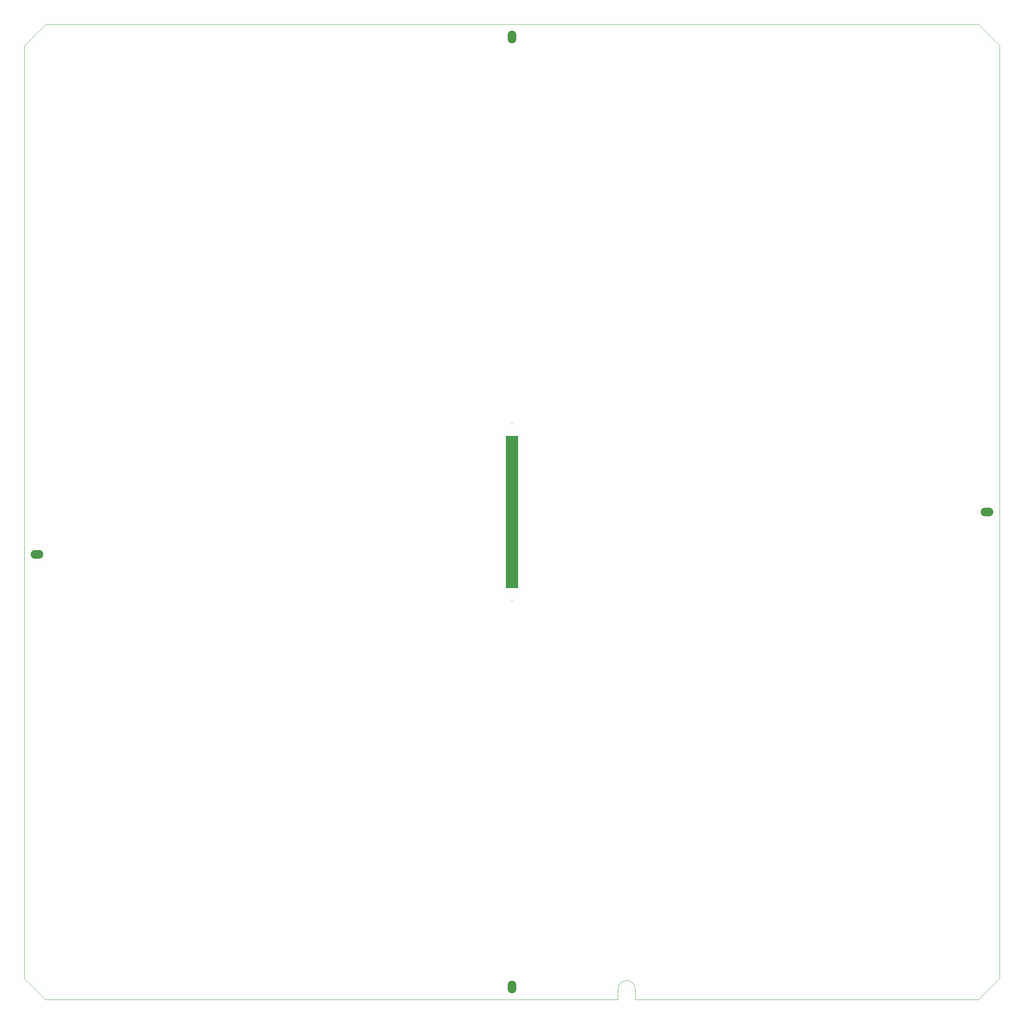
<source format=gbr>
G04 created by R. Pogge 2011 May 3 *
G04 MODS LX60x5 Spectrophotometric Slit Mask *

%FSLAX33Y33*%
%MOMM*%
%SFA1.0B1.0*%

G04 Aperture Definition *
%ADD10C,0.0*%
%ADD11R,3.000X36.000*%
%ADD12C,0.180*%
%ADD501R,0.150X0.700*%
%ADD502R,0.700X0.150*%
%ADD521O,3.000X2.050*%
%ADD522O,2.050X3.000*%

%LNMASK*%
%LPD*%
G04 Slits *
G54D11*
X120000Y120000D03*
G54D12*
X120000Y141000D03*
G54D12*
X120000Y99000D03*

G04 Centering Holes *
G54D521*
X232000Y120000D03*
X8000Y110000D03*
G54D522*
X120000Y232000D03*
X120000Y8000D03*
G54D10*

G04 Mask Countour *
G01X5000Y10000D02*
X10000Y5000D01*
X145000Y5000D01*
X145000Y7500D01*
G75*
G02X149000Y7500I2000J0D01*
G01X149000Y5000D01*
X230000Y5000D01*
X235000Y10000D01*
X235000Y230000D01*
X230000Y235000D01*
X10000Y235000D01*
X5000Y230000D01*
X5000Y10000D01*
M02*

</source>
